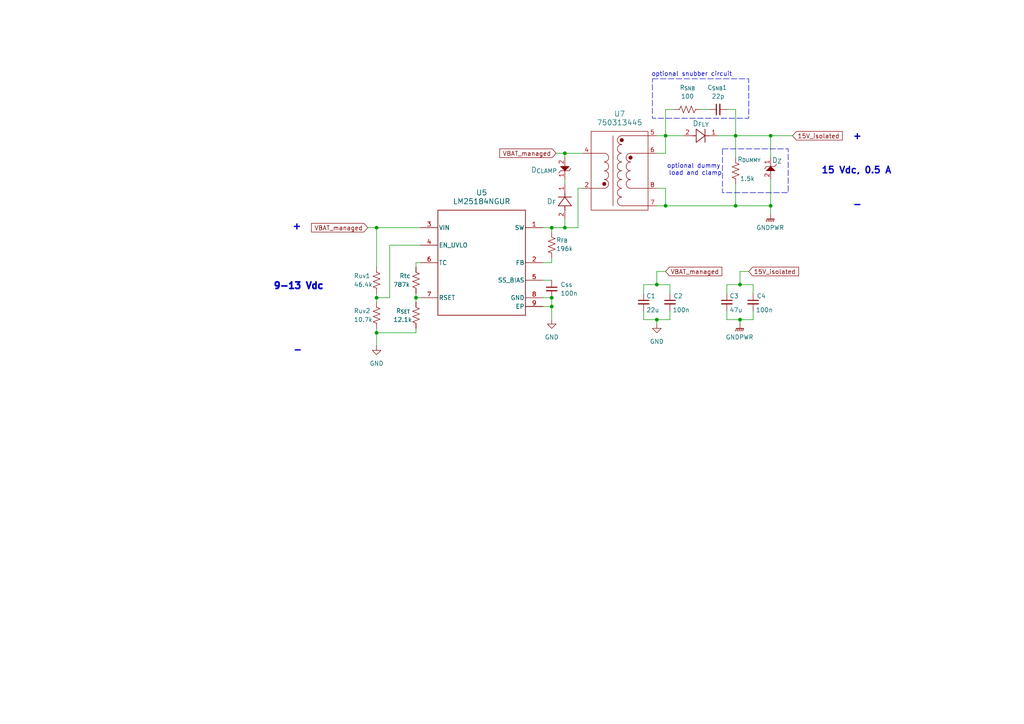
<source format=kicad_sch>
(kicad_sch (version 20231120) (generator "eeschema") (generator_version "8.0")
  (paper "A4")
  (lib_symbols
    (symbol "750313445_1" (pin_names (offset 0.254))
      (property "Reference" "U" (at 10.922 10.668 0))
      (property "Value" "750313445" (at 10.922 8.128 0))
      (symbol "750313445_1_0_1"
        (polyline (pts (xy 8.89 5.08) (xy 8.89 -15.24)))
        (arc (start 6.35 -10.16) (mid 7.62 -8.89) (end 6.35 -7.62))
        (arc (start 6.35 -7.62) (mid 7.62 -6.35) (end 6.35 -5.08))
        (arc (start 6.35 -5.08) (mid 7.62 -3.81) (end 6.35 -2.54))
        (arc (start 6.35 -2.54) (mid 7.62 -1.27) (end 6.35 0))
        (arc (start 11.43 -12.7) (mid 10.16 -13.97) (end 11.43 -15.24))
        (arc (start 11.43 -10.16) (mid 10.16 -11.43) (end 11.43 -12.7))
        (arc (start 11.43 -7.62) (mid 10.16 -8.89) (end 11.43 -10.16))
        (arc (start 11.43 -5.08) (mid 10.16 -6.35) (end 11.43 -7.62))
        (arc (start 11.43 -2.54) (mid 10.16 -3.81) (end 11.43 -5.08))
        (arc (start 11.43 0) (mid 10.16 -1.27) (end 11.43 -2.54))
        (arc (start 11.43 2.54) (mid 10.16 1.27) (end 11.43 0))
        (arc (start 11.43 5.08) (mid 10.16 3.81) (end 11.43 2.54))
        (arc (start 13.97 -7.62) (mid 12.7 -8.89) (end 13.97 -10.16))
        (arc (start 13.97 -5.08) (mid 12.7 -6.35) (end 13.97 -7.62))
        (arc (start 13.97 -2.54) (mid 12.7 -3.81) (end 13.97 -5.08))
        (arc (start 13.97 0) (mid 12.7 -1.27) (end 13.97 -2.54))
      )
      (symbol "750313445_1_1_1"
        (polyline (pts (xy 6.35 -10.16) (xy 2.54 -10.16)))
        (polyline (pts (xy 6.35 0) (xy 2.54 0)))
        (polyline (pts (xy 11.43 -15.24) (xy 19.05 -15.24)))
        (polyline (pts (xy 11.43 5.08) (xy 19.05 5.08)))
        (polyline (pts (xy 13.97 -10.16) (xy 19.05 -10.16)))
        (polyline (pts (xy 13.97 0) (xy 19.05 0)))
        (rectangle (start 2.54 6.35) (end 19.05 -16.51))
        (circle (center 6.35 -8.89) (radius 0.4945) (fill (type outline)))
        (circle (center 11.43 3.81) (radius 0.4945) (fill (type outline)))
        (circle (center 13.97 -1.27) (radius 0.4945) (fill (type outline)))
        (pin no_connect line (at 0 3.81 0) (length 2.54) hide (name "") (number "1"))
        (pin bidirectional line (at 0 -10.16 0) (length 2.54) (name "") (number "2"))
        (pin no_connect line (at 0 -5.08 0) (length 2.54) hide (name "") (number "3"))
        (pin bidirectional line (at 0 0 0) (length 2.54) (name "") (number "4"))
        (pin bidirectional line (at 21.59 5.08 180) (length 2.54) (name "") (number "5"))
        (pin bidirectional line (at 21.59 0 180) (length 2.54) (name "") (number "6"))
        (pin bidirectional line (at 21.59 -15.24 180) (length 2.54) (name "") (number "7"))
        (pin bidirectional line (at 21.59 -10.16 180) (length 2.54) (name "") (number "8"))
      )
    )
    (symbol "DC to DC:LM25184NGUR" (pin_names (offset 0.254))
      (property "Reference" "U" (at 0 2.54 0))
      (property "Value" "LM25184NGUR" (at 0 0 0))
      (symbol "LM25184NGUR_0_1"
        (polyline (pts (xy 5.08 -25.4) (xy 30.48 -25.4)) (stroke (width 0.2032)))
        (polyline (pts (xy 5.08 5.08) (xy 5.08 -25.4)) (stroke (width 0.2032)))
        (polyline (pts (xy 30.48 -25.4) (xy 30.48 5.08)) (stroke (width 0.2032)))
        (polyline (pts (xy 30.48 5.08) (xy 5.08 5.08)) (stroke (width 0.2032)))
        (pin unspecified line (at 35.56 0 180) (length 5.08) (name "SW") (number "1"))
        (pin unspecified line (at 35.56 -10.16 180) (length 5.08) (name "FB") (number "2"))
        (pin power_in line (at 0 0 0) (length 5.08) (name "VIN") (number "3"))
        (pin input line (at 0 -5.08 0) (length 5.08) (name "EN_UVLO") (number "4"))
        (pin unspecified line (at 35.56 -15.24 180) (length 5.08) (name "SS_BIAS") (number "5"))
        (pin unspecified line (at 0 -10.16 0) (length 5.08) (name "TC") (number "6"))
        (pin unspecified line (at 0 -20.32 0) (length 5.08) (name "RSET") (number "7"))
        (pin power_in line (at 35.56 -20.32 180) (length 5.08) (name "GND") (number "8"))
        (pin unspecified line (at 35.56 -22.86 180) (length 5.08) (name "EP") (number "9"))
      )
    )
    (symbol "Device:C_Small" (pin_numbers hide) (pin_names (offset 0.254) hide)
      (property "Reference" "C" (at 0.254 1.778 0))
      (property "Value" "C_Small" (at 0.254 -2.032 0))
      (symbol "C_Small_0_1"
        (polyline (pts (xy -1.524 -0.508) (xy 1.524 -0.508)) (stroke (width 0.3302)))
        (polyline (pts (xy -1.524 0.508) (xy 1.524 0.508)) (stroke (width 0.3048)))
      )
      (symbol "C_Small_1_1"
        (pin passive line (at 0 2.54 270) (length 2.032) (name "~") (number "1"))
        (pin passive line (at 0 -2.54 90) (length 2.032) (name "~") (number "2"))
      )
    )
    (symbol "Device:R_US" (pin_numbers hide) (pin_names (offset 0))
      (property "Reference" "R" (at 2.54 0 90))
      (property "Value" "R_US" (at -2.54 0 90))
      (symbol "R_US_0_1"
        (polyline (pts (xy 0 -2.286) (xy 0 -2.54)))
        (polyline (pts (xy 0 2.286) (xy 0 2.54)))
        (polyline (pts (xy 0 -0.762) (xy 1.016 -1.143) (xy 0 -1.524) (xy -1.016 -1.905) (xy 0 -2.286)))
        (polyline (pts (xy 0 0.762) (xy 1.016 0.381) (xy 0 0) (xy -1.016 -0.381) (xy 0 -0.762)))
        (polyline (pts (xy 0 2.286) (xy 1.016 1.905) (xy 0 1.524) (xy -1.016 1.143) (xy 0 0.762)))
      )
      (symbol "R_US_1_1"
        (pin passive line (at 0 3.81 270) (length 1.27) (name "~") (number "1"))
        (pin passive line (at 0 -3.81 90) (length 1.27) (name "~") (number "2"))
      )
    )
    (symbol "PDZVTR9.1B_1" (pin_names (offset 0.254))
      (property "Reference" "D" (at 3.302 3.556 0))
      (symbol "PDZVTR9.1B_1_1_1"
        (polyline (pts (xy 2.54 0) (xy 2.54 -1.27) (xy 3.2191 -1.7129)))
        (polyline (pts (xy 2.54 0) (xy 2.54 1.27) (xy 1.8609 1.7129)))
        (polyline (pts (xy 2.54 0) (xy 3.81 1.27) (xy 3.81 -1.27) (xy 2.54 0)) (fill (type outline)))
        (pin passive line (at 0 0 0) (length 2.54) (name "") (number "1"))
        (pin passive line (at 6.35 0 180) (length 2.54) (name "") (number "2"))
      )
    )
    (symbol "power:GND" (power) (pin_numbers hide) (pin_names (offset 0) hide)
      (property "Value" "GND" (at 0 -3.81 0))
      (symbol "GND_0_1"
        (polyline (pts (xy 0 0) (xy 0 -1.27) (xy 1.27 -1.27) (xy 0 -2.54) (xy -1.27 -1.27) (xy 0 -1.27)))
      )
      (symbol "GND_1_1"
        (pin power_in line (at 0 0 270) (length 0) (name "~") (number "1"))
      )
    )
    (symbol "power:GNDPWR" (power) (pin_numbers hide) (pin_names (offset 0) hide)
      (property "Value" "GNDPWR" (at 0 -3.302 0))
      (symbol "GNDPWR_0_1"
        (polyline (pts (xy 0 -1.27) (xy 0 0)))
        (polyline (pts (xy -1.016 -1.27) (xy -1.27 -2.032) (xy -1.27 -2.032)) (stroke (width 0.2032)))
        (polyline (pts (xy -0.508 -1.27) (xy -0.762 -2.032) (xy -0.762 -2.032)) (stroke (width 0.2032)))
        (polyline (pts (xy 0 -1.27) (xy -0.254 -2.032) (xy -0.254 -2.032)) (stroke (width 0.2032)))
        (polyline (pts (xy 0.508 -1.27) (xy 0.254 -2.032) (xy 0.254 -2.032)) (stroke (width 0.2032)))
        (polyline (pts (xy 1.016 -1.27) (xy -1.016 -1.27) (xy -1.016 -1.27)) (stroke (width 0.2032)))
        (polyline (pts (xy 1.016 -1.27) (xy 0.762 -2.032) (xy 0.762 -2.032) (xy 0.762 -2.032)) (stroke (width 0.2032)))
      )
      (symbol "GNDPWR_1_1"
        (pin power_in line (at 0 0 270) (length 0) (name "~") (number "1"))
      )
    )
    (symbol "schottky_SK510A-LTP:SK510A-LTP" (pin_names (offset 0.254))
      (property "Reference" "CR" (at 5.08 4.445 0))
      (property "Value" "SK510A-LTP" (at 5.08 -3.81 0))
      (symbol "SK510A-LTP_1_1"
        (polyline (pts (xy 2.54 0) (xy 3.4798 0)) (stroke (width 0.2032)))
        (polyline (pts (xy 3.175 0) (xy 3.81 0)) (stroke (width 0.2032)))
        (polyline (pts (xy 3.81 -1.905) (xy 6.35 0)) (stroke (width 0.2032)))
        (polyline (pts (xy 3.81 1.905) (xy 3.81 -1.905)) (stroke (width 0.2032)))
        (polyline (pts (xy 6.35 -1.905) (xy 6.35 1.905)) (stroke (width 0.2032)))
        (polyline (pts (xy 6.35 0) (xy 3.81 1.905)) (stroke (width 0.2032)))
        (polyline (pts (xy 6.35 0) (xy 7.62 0)) (stroke (width 0.2032)))
        (pin unspecified line (at 10.16 0 180) (length 2.54) (name "") (number "1"))
        (pin unspecified line (at 0 0 0) (length 2.54) (name "") (number "2"))
      )
      (symbol "SK510A-LTP_1_2"
        (polyline (pts (xy -1.905 3.81) (xy 1.905 3.81)) (stroke (width 0.2032)))
        (polyline (pts (xy 0 2.54) (xy 0 3.4798)) (stroke (width 0.2032)))
        (polyline (pts (xy 0 3.175) (xy 0 3.81)) (stroke (width 0.2032)))
        (polyline (pts (xy 0 6.35) (xy -1.905 3.81)) (stroke (width 0.2032)))
        (polyline (pts (xy 0 6.35) (xy 0 7.62)) (stroke (width 0.2032)))
        (polyline (pts (xy 1.905 3.81) (xy 0 6.35)) (stroke (width 0.2032)))
        (polyline (pts (xy 1.905 6.35) (xy -1.905 6.35)) (stroke (width 0.2032)))
        (pin unspecified line (at 0 10.16 270) (length 2.54) (name "") (number "1"))
        (pin unspecified line (at 0 0 90) (length 2.54) (name "") (number "2"))
      )
    )
  )
  (junction (at 109.22 96.52))
  (junction (at 109.22 66.04))
  (junction (at 223.52 39.37))
  (junction (at 190.5 92.71))
  (junction (at 214.63 92.71))
  (junction (at 193.04 59.69))
  (junction (at 213.36 59.69))
  (junction (at 223.52 59.69))
  (junction (at 160.02 88.9))
  (junction (at 163.83 66.04))
  (junction (at 214.63 82.55))
  (junction (at 120.65 86.36))
  (junction (at 193.04 39.37))
  (junction (at 109.22 86.36))
  (junction (at 190.5 82.55))
  (junction (at 163.83 44.45))
  (junction (at 160.02 86.36))
  (junction (at 160.02 66.04))
  (junction (at 213.36 39.37))
  (wire (pts (xy 113.03 86.36) (xy 109.22 86.36)))
  (wire (pts (xy 160.02 67.31) (xy 160.02 66.04)))
  (wire (pts (xy 109.22 66.04) (xy 121.92 66.04)))
  (wire (pts (xy 193.04 78.74) (xy 190.5 78.74)))
  (wire (pts (xy 163.83 66.04) (xy 167.64 66.04)))
  (wire (pts (xy 163.83 52.07) (xy 163.83 53.34)))
  (wire (pts (xy 190.5 44.45) (xy 193.04 44.45)))
  (wire (pts (xy 190.5 92.71) (xy 186.69 92.71)))
  (wire (pts (xy 160.02 76.2) (xy 160.02 74.93)))
  (wire (pts (xy 213.36 31.75) (xy 213.36 39.37)))
  (wire (pts (xy 113.03 71.12) (xy 113.03 86.36)))
  (wire (pts (xy 109.22 85.09) (xy 109.22 86.36)))
  (wire (pts (xy 214.63 78.74) (xy 214.63 82.55)))
  (wire (pts (xy 109.22 96.52) (xy 109.22 100.33)))
  (wire (pts (xy 163.83 44.45) (xy 168.91 44.45)))
  (wire (pts (xy 214.63 92.71) (xy 214.63 93.98)))
  (wire (pts (xy 121.92 86.36) (xy 120.65 86.36)))
  (wire (pts (xy 223.52 39.37) (xy 229.87 39.37)))
  (wire (pts (xy 121.92 76.2) (xy 120.65 76.2)))
  (wire (pts (xy 210.82 82.55) (xy 210.82 85.09)))
  (wire (pts (xy 193.04 59.69) (xy 213.36 59.69)))
  (wire (pts (xy 160.02 88.9) (xy 160.02 92.71)))
  (wire (pts (xy 157.48 66.04) (xy 160.02 66.04)))
  (wire (pts (xy 157.48 76.2) (xy 160.02 76.2)))
  (wire (pts (xy 186.69 82.55) (xy 186.69 85.09)))
  (wire (pts (xy 203.2 31.75) (xy 205.74 31.75)))
  (wire (pts (xy 109.22 96.52) (xy 120.65 96.52)))
  (wire (pts (xy 218.44 85.09) (xy 218.44 82.55)))
  (wire (pts (xy 194.31 85.09) (xy 194.31 82.55)))
  (wire (pts (xy 190.5 39.37) (xy 193.04 39.37)))
  (wire (pts (xy 163.83 63.5) (xy 163.83 66.04)))
  (wire (pts (xy 217.17 78.74) (xy 214.63 78.74)))
  (wire (pts (xy 218.44 92.71) (xy 214.63 92.71)))
  (wire (pts (xy 190.5 78.74) (xy 190.5 82.55)))
  (wire (pts (xy 109.22 66.04) (xy 109.22 77.47)))
  (wire (pts (xy 106.68 66.04) (xy 109.22 66.04)))
  (wire (pts (xy 218.44 90.17) (xy 218.44 92.71)))
  (wire (pts (xy 157.48 81.28) (xy 160.02 81.28)))
  (wire (pts (xy 109.22 95.25) (xy 109.22 96.52)))
  (wire (pts (xy 160.02 66.04) (xy 163.83 66.04)))
  (wire (pts (xy 194.31 90.17) (xy 194.31 92.71)))
  (wire (pts (xy 213.36 45.72) (xy 213.36 39.37)))
  (wire (pts (xy 161.29 44.45) (xy 163.83 44.45)))
  (wire (pts (xy 121.92 71.12) (xy 113.03 71.12)))
  (wire (pts (xy 223.52 52.07) (xy 223.52 59.69)))
  (wire (pts (xy 157.48 86.36) (xy 160.02 86.36)))
  (wire (pts (xy 120.65 85.09) (xy 120.65 86.36)))
  (wire (pts (xy 186.69 92.71) (xy 186.69 90.17)))
  (wire (pts (xy 210.82 92.71) (xy 210.82 90.17)))
  (wire (pts (xy 120.65 95.25) (xy 120.65 96.52)))
  (wire (pts (xy 167.64 54.61) (xy 168.91 54.61)))
  (wire (pts (xy 193.04 39.37) (xy 193.04 44.45)))
  (wire (pts (xy 160.02 86.36) (xy 160.02 88.9)))
  (wire (pts (xy 218.44 82.55) (xy 214.63 82.55)))
  (wire (pts (xy 163.83 44.45) (xy 163.83 45.72)))
  (wire (pts (xy 208.28 39.37) (xy 213.36 39.37)))
  (wire (pts (xy 194.31 82.55) (xy 190.5 82.55)))
  (wire (pts (xy 213.36 53.34) (xy 213.36 59.69)))
  (wire (pts (xy 120.65 76.2) (xy 120.65 77.47)))
  (wire (pts (xy 190.5 59.69) (xy 193.04 59.69)))
  (wire (pts (xy 223.52 59.69) (xy 223.52 62.23)))
  (wire (pts (xy 190.5 92.71) (xy 190.5 93.98)))
  (wire (pts (xy 167.64 54.61) (xy 167.64 66.04)))
  (wire (pts (xy 193.04 54.61) (xy 193.04 59.69)))
  (wire (pts (xy 195.58 31.75) (xy 193.04 31.75)))
  (wire (pts (xy 157.48 88.9) (xy 160.02 88.9)))
  (wire (pts (xy 193.04 31.75) (xy 193.04 39.37)))
  (wire (pts (xy 193.04 39.37) (xy 198.12 39.37)))
  (wire (pts (xy 190.5 82.55) (xy 186.69 82.55)))
  (wire (pts (xy 213.36 59.69) (xy 223.52 59.69)))
  (wire (pts (xy 109.22 86.36) (xy 109.22 87.63)))
  (wire (pts (xy 214.63 92.71) (xy 210.82 92.71)))
  (wire (pts (xy 120.65 86.36) (xy 120.65 87.63)))
  (wire (pts (xy 213.36 39.37) (xy 223.52 39.37)))
  (wire (pts (xy 223.52 39.37) (xy 223.52 45.72)))
  (wire (pts (xy 190.5 54.61) (xy 193.04 54.61)))
  (wire (pts (xy 194.31 92.71) (xy 190.5 92.71)))
  (wire (pts (xy 214.63 82.55) (xy 210.82 82.55)))
  (wire (pts (xy 210.82 31.75) (xy 213.36 31.75)))
  (rectangle (start 209.55 43.18) (end 228.6 55.88) (stroke (width 0) (type dash)))
  (rectangle (start 189.23 22.86) (end 217.17 34.29) (stroke (width 0) (type dash)))
  (text "optional snubber circuit" (at 200.66 21.59 0) (effects (font (size 1.27 1.27))))
  (text "+" (at 248.666 39.624 0) (effects (font (size 1.905 1.905) (thickness 0.381) (bold yes))))
  (text "optional dummy \nload and clamp" (at 201.676 49.276 0) (effects (font (size 1.27 1.27))))
  (text "+" (at 86.106 65.786 0) (effects (font (size 1.905 1.905) (thickness 0.381) (bold yes))))
  (text "15 Vdc, 0.5 A" (at 248.412 49.53 0) (effects (font (size 1.905 1.905) (thickness 0.381) (bold yes))))
  (text "9-13 Vdc" (at 86.614 83.058 0) (effects (font (size 1.905 1.905) (thickness 0.508) (bold yes))))
  (text "-" (at 248.666 59.436 0) (effects (font (size 1.905 1.905) (thickness 0.381) (bold yes))))
  (text "-" (at 86.36 101.6 0) (effects (font (size 1.905 1.905) (thickness 0.381) (bold yes))))
  (global_label "15V_isolated" (shape input) (at 217.17 78.74 0) (property "Intersheetrefs" "${INTERSHEET_REFS}" (effects (hide yes))))
  (global_label "VBAT_managed" (shape input) (at 193.04 78.74 0) (property "Intersheetrefs" "${INTERSHEET_REFS}" (effects (hide yes))))
  (global_label "VBAT_managed" (shape input) (at 161.29 44.45 180) (property "Intersheetrefs" "${INTERSHEET_REFS}" (effects (hide yes))))
  (global_label "15V_isolated" (shape input) (at 229.87 39.37 0) (property "Intersheetrefs" "${INTERSHEET_REFS}" (effects (hide yes))))
  (global_label "VBAT_managed" (shape input) (at 106.68 66.04 180) (property "Intersheetrefs" "${INTERSHEET_REFS}" (effects (hide yes))))
  (symbol (lib_id "Device:R_US") (at 109.22 81.28 0) (unit 1)
    (property "Reference" "Ruv1" (at 102.616 80.01 0) (effects (justify left)))
    (property "Value" "46.4k" (at 102.616 82.55 0) (effects (justify left)))
    (property "Description" "Resistor, US symbol" (effects (hide yes)))
  )
  (symbol (lib_id "Device:R_US") (at 199.39 31.75 90) (unit 1)
    (property "Reference" "R_{SNB}" (at 199.39 25.4 90))
    (property "Value" "100" (at 199.39 27.94 90))
    (property "Description" "Resistor, US symbol" (effects (hide yes)))
  )
  (symbol (lib_name "PDZVTR9.1B_1") (lib_id "zener_PDZVTR9.1B:PDZVTR9.1B") (at 223.52 45.72 270) (unit 1)
    (property "Reference" "D_{Z}" (at 226.822 46.482 90) (effects (font (size 1.524 1.524)) (justify right)))
    (property "Value" "PDZVTR9.1B" (effects (hide yes)))
    (property "Footprint" "DIO_PDZVTFT_ROM" (effects (hide yes)))
    (property "Datasheet" "PDZVTR9.1B" (effects (hide yes)))
  )
  (symbol (lib_name "750313445_1") (lib_id "transformer_750313445:750313445") (at 168.91 44.45 0) (unit 1)
    (property "Reference" "U7" (at 179.705 33.02 0) (effects (font (size 1.524 1.524))))
    (property "Value" "750313445" (at 179.705 35.56 0) (effects (font (size 1.524 1.524))))
    (property "Footprint" "SOIC_13445_WRE" (effects (hide yes)))
    (property "Datasheet" "750313445" (effects (hide yes)))
  )
  (symbol (lib_id "power:GNDPWR") (at 214.63 93.98 0) (unit 1)
    (property "Reference" "#PWR010" (effects (hide yes)))
    (property "Value" "GNDPWR" (at 214.503 97.79 0))
    (property "Description" "Power symbol creates a global label with name \"GNDPWR\" , global ground" (effects (hide yes)))
  )
  (symbol (lib_id "Device:C_Small") (at 218.44 87.63 0) (unit 1)
    (property "Reference" "C4" (at 219.456 85.852 0) (effects (justify left)))
    (property "Value" "100n" (at 219.202 89.916 0) (effects (justify left)))
    (property "Description" "Unpolarized capacitor, small symbol" (effects (hide yes)))
  )
  (symbol (lib_id "Device:R_US") (at 160.02 71.12 0) (unit 1)
    (property "Reference" "R_{FB}" (at 161.29 69.596 0) (effects (justify left)))
    (property "Value" "196k" (at 161.29 72.136 0) (effects (justify left)))
    (property "Description" "Resistor, US symbol" (effects (hide yes)))
  )
  (symbol (lib_id "Device:C_Small") (at 186.69 87.63 0) (unit 1)
    (property "Reference" "C1" (at 187.452 85.852 0) (effects (justify left)))
    (property "Value" "22u" (at 187.452 89.916 0) (effects (justify left)))
    (property "Description" "Unpolarized capacitor, small symbol" (effects (hide yes)))
  )
  (symbol (lib_id "schottky_SK510A-LTP:SK510A-LTP") (at 198.12 39.37 0) (unit 1)
    (property "Reference" "D_{FLY}" (at 205.74 35.814 0) (effects (font (size 1.524 1.524)) (justify right)))
    (property "Value" "SK510A-LTP" (effects (hide yes)))
    (property "Footprint" "SMADO-214AC_LEAD-FRAME_MCC" (effects (hide yes)))
    (property "Datasheet" "SK510A-LTP" (effects (hide yes)))
  )
  (symbol (lib_id "Device:R_US") (at 213.36 49.53 180) (unit 1)
    (property "Reference" "R_{DUMMY}" (at 213.868 46.228 0) (effects (justify right)))
    (property "Value" "1.5k" (at 214.63 51.816 0) (effects (justify right)))
    (property "Description" "Resistor, US symbol" (effects (hide yes)))
  )
  (symbol (lib_id "Device:C_Small") (at 194.31 87.63 0) (unit 1)
    (property "Reference" "C2" (at 195.326 85.852 0) (effects (justify left)))
    (property "Value" "100n" (at 195.072 89.916 0) (effects (justify left)))
    (property "Description" "Unpolarized capacitor, small symbol" (effects (hide yes)))
  )
  (symbol (lib_id "Device:R_US") (at 120.65 81.28 0) (unit 1)
    (property "Reference" "Rtc" (at 115.824 80.01 0) (effects (justify left)))
    (property "Value" "787k" (at 114.046 82.55 0) (effects (justify left)))
    (property "Description" "Resistor, US symbol" (effects (hide yes)))
  )
  (symbol (lib_id "power:GNDPWR") (at 223.52 62.23 0) (unit 1)
    (property "Reference" "#PWR06" (effects (hide yes)))
    (property "Value" "GNDPWR" (at 223.393 66.04 0))
    (property "Description" "Power symbol creates a global label with name \"GNDPWR\" , global ground" (effects (hide yes)))
  )
  (symbol (lib_id "Device:C_Small") (at 208.28 31.75 90) (unit 1)
    (property "Reference" "C_{SNB}1" (at 208.026 25.4 90))
    (property "Value" "22p" (at 208.28 27.94 90))
    (property "Description" "Unpolarized capacitor, small symbol" (effects (hide yes)))
  )
  (symbol (lib_id "DC to DC:LM25184NGUR") (at 121.92 66.04 0) (unit 1)
    (property "Reference" "U5" (at 139.7 55.88 0) (effects (font (size 1.524 1.524))))
    (property "Value" "LM25184NGUR" (at 139.7 58.42 0) (effects (font (size 1.524 1.524))))
    (property "Footprint" "NGU0008C-IPC_A" (effects (hide yes)))
    (property "Datasheet" "LM25184NGUR" (effects (hide yes)))
  )
  (symbol (lib_id "Device:R_US") (at 120.65 91.44 0) (unit 1)
    (property "Reference" "R_{SET}" (at 114.808 90.17 0) (effects (justify left)))
    (property "Value" "12.1k" (at 114.046 92.71 0) (effects (justify left)))
    (property "Description" "Resistor, US symbol" (effects (hide yes)))
  )
  (symbol (lib_id "schottky_SK510A-LTP:SK510A-LTP") (at 163.83 63.5 90) (unit 1)
    (property "Reference" "D_{F}" (at 158.496 58.42 90) (effects (font (size 1.524 1.524)) (justify right)))
    (property "Value" "SK510A-LTP" (effects (hide yes)))
    (property "Footprint" "SMADO-214AC_LEAD-FRAME_MCC" (effects (hide yes)))
    (property "Datasheet" "SK510A-LTP" (effects (hide yes)))
  )
  (symbol (lib_id "power:GND") (at 190.5 93.98 0) (unit 1)
    (property "Reference" "#PWR09" (effects (hide yes)))
    (property "Value" "GND" (at 190.5 99.06 0))
    (property "Description" "Power symbol creates a global label with name \"GND\" , ground" (effects (hide yes)))
  )
  (symbol (lib_id "power:GND") (at 160.02 92.71 0) (unit 1)
    (property "Reference" "#PWR08" (effects (hide yes)))
    (property "Value" "GND" (at 160.02 97.79 0))
    (property "Description" "Power symbol creates a global label with name \"GND\" , ground" (effects (hide yes)))
  )
  (symbol (lib_id "Device:R_US") (at 109.22 91.44 0) (unit 1)
    (property "Reference" "Ruv2" (at 102.616 90.17 0) (effects (justify left)))
    (property "Value" "10.7k" (at 102.616 92.71 0) (effects (justify left)))
    (property "Description" "Resistor, US symbol" (effects (hide yes)))
  )
  (symbol (lib_name "PDZVTR9.1B_1") (lib_id "zener_PDZVTR9.1B:PDZVTR9.1B") (at 163.83 52.07 90) (unit 1)
    (property "Reference" "D_{CLAMP}" (at 153.924 49.276 90) (effects (font (size 1.524 1.524)) (justify right)))
    (property "Value" "PDZVTR9.1B" (effects (hide yes)))
    (property "Footprint" "DIO_PDZVTFT_ROM" (effects (hide yes)))
    (property "Datasheet" "PDZVTR9.1B" (effects (hide yes)))
  )
  (symbol (lib_id "Device:C_Small") (at 160.02 83.82 0) (unit 1)
    (property "Reference" "Css" (at 162.56 82.5562 0) (effects (justify left)))
    (property "Value" "100n" (at 162.56 85.0962 0) (effects (justify left)))
    (property "Description" "Unpolarized capacitor, small symbol" (effects (hide yes)))
  )
  (symbol (lib_id "Device:C_Small") (at 210.82 87.63 0) (unit 1)
    (property "Reference" "C3" (at 211.582 85.852 0) (effects (justify left)))
    (property "Value" "47u" (at 211.582 89.916 0) (effects (justify left)))
    (property "Description" "Unpolarized capacitor, small symbol" (effects (hide yes)))
  )
  (symbol (lib_id "power:GND") (at 109.22 100.33 0) (unit 1)
    (property "Reference" "#PWR04" (effects (hide yes)))
    (property "Value" "GND" (at 109.22 105.41 0))
    (property "Description" "Power symbol creates a global label with name \"GND\" , ground" (effects (hide yes)))
  )
)
</source>
